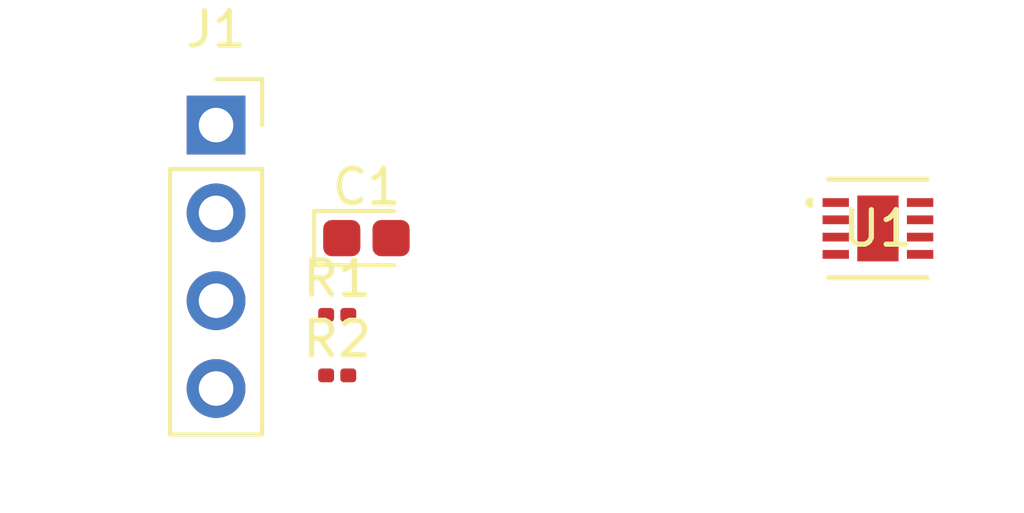
<source format=kicad_pcb>
(kicad_pcb (version 20240108) (generator "pcbnew") (generator_version "8.0")
  (layers (0 "F.Cu" signal) (31 "B.Cu" signal) (34 "B.Paste" user) (35 "F.Paste" user) (36 "B.SilkS" user "B.Silkscreen") (37 "F.SilkS" user "F.Silkscreen") (38 "B.Mask" user) (39 "F.Mask" user) (44 "Edge.Cuts" user))
  (net 0 "")
  (net 1 "/VDD3.3")
  (net 2 "/GND")
  (net 3 "/SDA")
  (net 4 "/SCL")
  (footprint "Connector_PinSocket_2.54mm:PinSocket_1x04_P2.54mm_Vertical" (layer "F.Cu") (at 108.655 77.26)
    (property "Reference" "J1" (at 0 -2.77 0) (layer "F.SilkS"))
    (property "Value" "Conn_01x04_Pin")
    (fp_line (start -1.33 1.27) (end -1.33 8.95) (stroke (width 0.12)) (layer "F.SilkS"))
    (fp_line (start -1.33 1.27) (end 1.33 1.27) (stroke (width 0.12)) (layer "F.SilkS"))
    (fp_line (start -1.33 8.95) (end 1.33 8.95) (stroke (width 0.12)) (layer "F.SilkS"))
    (fp_line (start 0 -1.33) (end 1.33 -1.33) (stroke (width 0.12)) (layer "F.SilkS"))
    (fp_line (start 1.33 -1.33) (end 1.33 0) (stroke (width 0.12)) (layer "F.SilkS"))
    (fp_line (start 1.33 1.27) (end 1.33 8.95) (stroke (width 0.12)) (layer "F.SilkS"))
    (pad "1" thru_hole rect (at 0 0) (size 1.7 1.7) (drill 1) (layers "*.Cu" "*.Mask") (net 1 "/VDD3.3"))
    (pad "2" thru_hole oval (at 0 2.54) (size 1.7 1.7) (drill 1) (layers "*.Cu" "*.Mask") (net 3 "/SDA"))
    (pad "3" thru_hole oval (at 0 5.08) (size 1.7 1.7) (drill 1) (layers "*.Cu" "*.Mask") (net 4 "/SCL"))
    (pad "4" thru_hole oval (at 0 7.62) (size 1.7 1.7) (drill 1) (layers "*.Cu" "*.Mask") (net 2 "/GND"))
  )
  (footprint "Resistor_SMD:R_0201_0603Metric" (layer "F.Cu") (at 112.155 82.75)
    (property "Reference" "R1" (at 0 -1.05 0) (layer "F.SilkS"))
    (property "Value" "10k")
    (pad "1" smd roundrect (at -0.32 0) (size 0.46 0.4) (layers "F.Cu" "F.Mask") (net 1 "/VDD3.3"))
    (pad "2" smd roundrect (at 0.32 0) (size 0.46 0.4) (layers "F.Cu" "F.Mask") (net 4 "/SCL"))
  )
  (footprint "Capacitor_Tantalum_SMD:CP_EIA-1608-08_AVX-J" (layer "F.Cu") (at 113 80.53)
    (property "Reference" "C1" (at 0 -1.48 0) (layer "F.SilkS"))
    (property "Value" "C")
    (fp_line (start -1.51 -0.785) (end -1.51 0.785) (stroke (width 0.12)) (layer "F.SilkS"))
    (fp_line (start -1.51 0.785) (end 0.8 0.785) (stroke (width 0.12)) (layer "F.SilkS"))
    (fp_line (start 0.8 -0.785) (end -1.51 -0.785) (stroke (width 0.12)) (layer "F.SilkS"))
    (pad "1" smd roundrect (at -0.7125 0) (size 1.075 1.05) (layers "F.Cu" "F.Paste" "F.Mask") (roundrect_rratio 0.238095) (net 1 "/VDD3.3"))
    (pad "2" smd roundrect (at 0.7125 0) (size 1.075 1.05) (layers "F.Cu" "F.Paste" "F.Mask") (roundrect_rratio 0.238095) (net 2 "/GND"))
  )
  (footprint "footprints:STS3x-DIS_SEN" (layer "F.Cu") (at 127.7808 80.25)
    (property "Reference" "U1" (at 0 0 0) (layer "F.SilkS"))
    (property "Value" "STS35-DIS")
    (fp_line (start -1.4224 1.4224) (end 1.4224 1.4224) (stroke (width 0.1524)) (layer "F.SilkS"))
    (fp_line (start 1.4224 -1.4224) (end -1.4224 -1.4224) (stroke (width 0.1524)) (layer "F.SilkS"))
    (fp_arc (start -1.93294 -0.676171) (mid -2.028 -0.75) (end -1.93294 -0.823829) (stroke (width 0.1524)) (layer "F.SilkS"))
    (pad "1" smd rect (at -1.2192 -0.750001) (size 0.762 0.254) (layers "F.Cu" "F.Paste" "F.Mask") (net 3 "/SDA"))
    (pad "2" smd rect (at -1.2192 -0.25) (size 0.762 0.254) (layers "F.Cu" "F.Paste" "F.Mask") (net 2 "/GND"))
    (pad "3" smd rect (at -1.2192 0.25) (size 0.762 0.254) (layers "F.Cu" "F.Paste" "F.Mask"))
    (pad "4" smd rect (at -1.2192 0.750001) (size 0.762 0.254) (layers "F.Cu" "F.Paste" "F.Mask") (net 4 "/SCL"))
    (pad "5" smd rect (at 1.2192 0.750001) (size 0.762 0.254) (layers "F.Cu" "F.Paste" "F.Mask") (net 1 "/VDD3.3"))
    (pad "6" smd rect (at 1.2192 0.25) (size 0.762 0.254) (layers "F.Cu" "F.Paste" "F.Mask") (net 2 "/GND"))
    (pad "7" smd rect (at 1.2192 -0.25) (size 0.762 0.254) (layers "F.Cu" "F.Paste" "F.Mask"))
    (pad "8" smd rect (at 1.2192 -0.750001) (size 0.762 0.254) (layers "F.Cu" "F.Paste" "F.Mask"))
    (pad "9" smd rect (at 0 0) (size 1.1938 1.905) (layers "F.Cu" "F.Paste" "F.Mask") (net 2 "/GND"))
  )
  (footprint "Resistor_SMD:R_0201_0603Metric" (layer "F.Cu") (at 112.155 84.5)
    (property "Reference" "R2" (at 0 -1.05 0) (layer "F.SilkS"))
    (property "Value" "10k")
    (pad "1" smd roundrect (at -0.32 0) (size 0.46 0.4) (layers "F.Cu" "F.Mask") (net 1 "/VDD3.3"))
    (pad "2" smd roundrect (at 0.32 0) (size 0.46 0.4) (layers "F.Cu" "F.Mask") (net 3 "/SDA"))
  )
)
</source>
